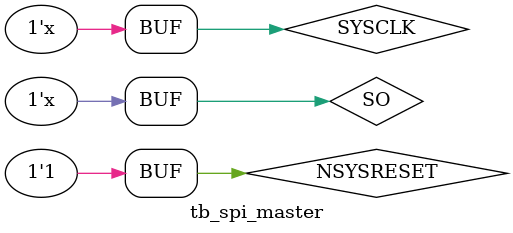
<source format=v>


`timescale 1ns/100ps

module tb_spi_master;

parameter SYSCLK_PERIOD = 38.4615;// 26MHZ

reg SYSCLK;
reg NSYSRESET;
reg SO;


initial
begin
    SYSCLK = 1'b0;
    NSYSRESET = 1'b0;
    SO = 1'b0;
end

//////////////////////////////////////////////////////////////////////
// Reset Pulse
//////////////////////////////////////////////////////////////////////
initial
begin
    #(SYSCLK_PERIOD * 10 )
        NSYSRESET = 1'b1;
    #(SYSCLK_PERIOD * 11 )
        NSYSRESET = 1'b0;
    #(SYSCLK_PERIOD * 12 )
        NSYSRESET = 1'b1;
end


//////////////////////////////////////////////////////////////////////
// Clock Driver
//////////////////////////////////////////////////////////////////////
always @(SYSCLK)
    #(SYSCLK_PERIOD / 2.0) SYSCLK <= !SYSCLK;

always @(SYSCLK)
begin
    #(SYSCLK_PERIOD) SO<=!SO;

end

wire mosii,sckk,busyy,chip_rdyy;
wire [7:0] data_outt;
wire new_data;
//////////////////////////////////////////////////////////////////////
// Instantiate Unit Under Test:  spi_master
//////////////////////////////////////////////////////////////////////
spi_master spi_master_0 (
    // Inputs
    .clk(SYSCLK),
    .rst(NSYSRESET),
    .miso(SO),
    .start({1{1'b1}}),
    .data_in(8'b00110011),

    // Outputs
    .mosi( mosii),
    .sck( sckk),
    .data_out( data_outt),
    .busy( busyy),
    .chip_rdy( chip_rdyy),
    .new_data( new_dataa)

    // Inouts

);

endmodule


</source>
